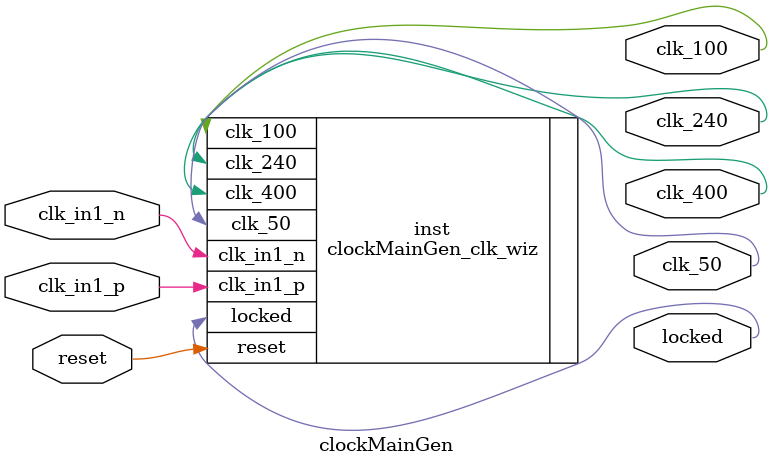
<source format=v>


`timescale 1ps/1ps

(* CORE_GENERATION_INFO = "clockMainGen,clk_wiz_v5_4_3_0,{component_name=clockMainGen,use_phase_alignment=true,use_min_o_jitter=true,use_max_i_jitter=false,use_dyn_phase_shift=false,use_inclk_switchover=false,use_dyn_reconfig=false,enable_axi=0,feedback_source=FDBK_AUTO,PRIMITIVE=MMCM,num_out_clk=4,clkin1_period=5.000,clkin2_period=10.0,use_power_down=false,use_reset=true,use_locked=true,use_inclk_stopped=false,feedback_type=SINGLE,CLOCK_MGR_TYPE=NA,manual_override=false}" *)

module clockMainGen 
 (
  // Clock out ports
  output        clk_240,
  output        clk_400,
  output        clk_50,
  output        clk_100,
  // Status and control signals
  input         reset,
  output        locked,
 // Clock in ports
  input         clk_in1_p,
  input         clk_in1_n
 );

  clockMainGen_clk_wiz inst
  (
  // Clock out ports  
  .clk_240(clk_240),
  .clk_400(clk_400),
  .clk_50(clk_50),
  .clk_100(clk_100),
  // Status and control signals               
  .reset(reset), 
  .locked(locked),
 // Clock in ports
  .clk_in1_p(clk_in1_p),
  .clk_in1_n(clk_in1_n)
  );

endmodule

</source>
